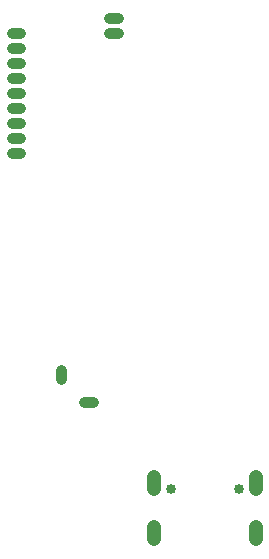
<source format=gbr>
G04 EAGLE Gerber RS-274X export*
G75*
%MOMM*%
%FSLAX34Y34*%
%LPD*%
%INSoldermask Bottom*%
%IPPOS*%
%AMOC8*
5,1,8,0,0,1.08239X$1,22.5*%
G01*
%ADD10C,0.914400*%
%ADD11C,1.203200*%
%ADD12C,0.853200*%


D10*
X128560Y423600D02*
X135672Y423600D01*
X135672Y410900D02*
X128560Y410900D01*
X128560Y398200D02*
X135672Y398200D01*
X135672Y385500D02*
X128560Y385500D01*
X128560Y372800D02*
X135672Y372800D01*
X135672Y360100D02*
X128560Y360100D01*
X128560Y347400D02*
X135672Y347400D01*
X135672Y334700D02*
X128560Y334700D01*
X128560Y322000D02*
X135672Y322000D01*
X211110Y423600D02*
X218222Y423600D01*
X218222Y436300D02*
X211110Y436300D01*
X196916Y111600D02*
X189804Y111600D01*
X170500Y130904D02*
X170500Y138016D01*
D11*
X248900Y47400D02*
X248900Y37400D01*
X335300Y37400D02*
X335300Y47400D01*
X248900Y5600D02*
X248900Y-4400D01*
X335300Y-4400D02*
X335300Y5600D01*
D12*
X321000Y37400D03*
X263200Y37400D03*
M02*

</source>
